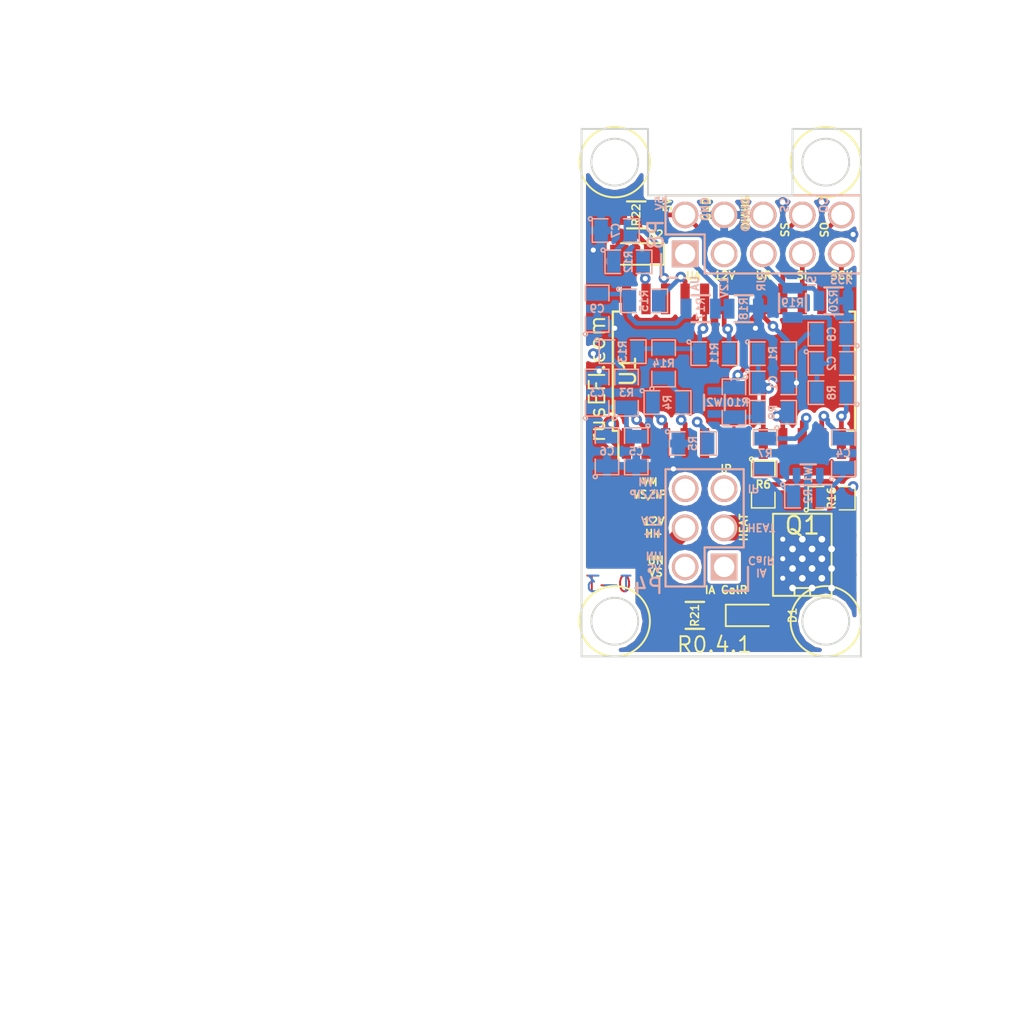
<source format=kicad_pcb>
(kicad_pcb (version 4) (host pcbnew 4.0.7)
  (title_block (title "CJ125 Wide O2 ") (date 2019-01-08) (rev R0.4.1) (company http://rusefi.com/))
  (layers (0 F.Cu signal) (1 PWR power) (2 GND power) (31 B.Cu signal) (34 B.Paste user) (35 F.Paste user) (36 B.SilkS user) (37 F.SilkS user) (38 B.Mask user) (39 F.Mask user) (44 Edge.Cuts user))
  (net 0 "")
  (net 1 GND)
  (net 2 /RST)
  (net 3 /CJ125_UR)
  (net 4 /UN)
  (net 5 "Net-(C4-Pad1)")
  (net 6 /CM)
  (net 7 /WO2-12V)
  (net 8 /CF)
  (net 9 /CJ125_5v)
  (net 10 /CJ125_UA)
  (net 11 /CJ125_IP)
  (net 12 /CJ125_HEATER)
  (net 13 /CJ125_IA)
  (net 14 /CJ125_VM)
  (net 15 /CJ125_UN)
  (net 16 /CJ125_SS)
  (net 17 /CJ125_SI)
  (net 18 /CJ125_SO)
  (net 19 /CJ125_SCK)
  (net 20 "Net-(R2-Pad1)")
  (net 21 /OSZ)
  (net 22 /DIAHD)
  (net 23 /RM)
  (net 24 /UR)
  (net 25 "Net-(R10-Pad2)")
  (net 26 /RS)
  (net 27 /UP)
  (net 28 /US)
  (net 29 /RF)
  (net 30 /UA)
  (net 31 /DIAHG)
  (net 32 "Net-(P8-Pad1)")
  (net 33 "Net-(P8-Pad5)")
  (net 34 "Net-(D1-Pad1)")
  (net 35 "Net-(D2-Pad1)")
  (module SOIC-24_7.5x15.4mm_Pitch1.27mm (layer F.Cu) (at 121.285 120.65 90)
    (fp_text reference U1 (at 0 -6.8834 90) (layer F.SilkS))
    (fp_text value CJ125)
    (pad 1 smd rect (at -4.7 -6.985 90) (size 2 0.6) (layers F.Cu F.Paste F.Mask) (net 7 /WO2-12V))
    (pad 2 smd rect (at -4.7 -5.715 90) (size 2 0.6) (layers F.Cu F.Paste F.Mask) (net 4 /UN))
    (pad 3 smd rect (at -4.7 -4.445 90) (size 2 0.6) (layers F.Cu F.Paste F.Mask) (net 11 /CJ125_IP))
    (pad 4 smd rect (at -4.7 -3.175 90) (size 2 0.6) (layers F.Cu F.Paste F.Mask) (net 13 /CJ125_IA))
    (pad 5 smd rect (at -4.7 -1.905 90) (size 2 0.6) (layers F.Cu F.Paste F.Mask) (net 21 /OSZ))
    (pad 6 smd rect (at -4.7 -0.635 90) (size 2 0.6) (layers F.Cu F.Paste F.Mask) (net 31 /DIAHG))
    (pad 7 smd rect (at -4.7 0.635 90) (size 2 0.6) (layers F.Cu F.Paste F.Mask) (net 22 /DIAHD))
    (pad 8 smd rect (at -4.7 1.905 90) (size 2 0.6) (layers F.Cu F.Paste F.Mask) (net 2 /RST))
    (pad 9 smd rect (at -4.7 3.175 90) (size 2 0.6) (layers F.Cu F.Paste F.Mask) (net 26 /RS))
    (pad 10 smd rect (at -4.7 4.445 90) (size 2 0.6) (layers F.Cu F.Paste F.Mask) (net 23 /RM))
    (pad 11 smd rect (at -4.7 5.715 90) (size 2 0.6) (layers F.Cu F.Paste F.Mask) (net 6 /CM))
    (pad 12 smd rect (at -4.7 6.985 90) (size 2 0.6) (layers F.Cu F.Paste F.Mask) (net 24 /UR))
    (pad 13 smd rect (at 4.7 6.985 90) (size 2 0.6) (layers F.Cu F.Paste F.Mask) (net 19 /CJ125_SCK))
    (pad 14 smd rect (at 4.7 5.715 90) (size 2 0.6) (layers F.Cu F.Paste F.Mask) (net 18 /CJ125_SO))
    (pad 15 smd rect (at 4.7 4.445 90) (size 2 0.6) (layers F.Cu F.Paste F.Mask) (net 17 /CJ125_SI))
    (pad 16 smd rect (at 4.7 3.175 90) (size 2 0.6) (layers F.Cu F.Paste F.Mask) (net 16 /CJ125_SS))
    (pad 17 smd rect (at 4.7 1.905 90) (size 2 0.6) (layers F.Cu F.Paste F.Mask) (net 9 /CJ125_5v))
    (pad 18 smd rect (at 4.7 0.635 90) (size 2 0.6) (layers F.Cu F.Paste F.Mask) (net 14 /CJ125_VM))
    (pad 19 smd rect (at 4.7 -0.635 90) (size 2 0.6) (layers F.Cu F.Paste F.Mask) (net 28 /US))
    (pad 20 smd rect (at 4.7 -1.905 90) (size 2 0.6) (layers F.Cu F.Paste F.Mask) (net 27 /UP))
    (pad 21 smd rect (at 4.7 -3.175 90) (size 2 0.6) (layers F.Cu F.Paste F.Mask) (net 30 /UA))
    (pad 22 smd rect (at 4.7 -4.445 90) (size 2 0.6) (layers F.Cu F.Paste F.Mask) (net 8 /CF))
    (pad 23 smd rect (at 4.7 -5.715 90) (size 2 0.6) (layers F.Cu F.Paste F.Mask) (net 29 /RF))
    (pad 24 smd rect (at 4.7 -6.985 90) (size 2 0.6) (layers F.Cu F.Paste F.Mask) (net 1 GND))
  )
  (module Socket_Strips:Socket_Strip_Straight_2x05 (layer B.Cu) (at 118.11 113.03)
    (fp_text reference P8 (at -1.905 -1.27 90) (layer B.SilkS) (effects (justify mirror)))
    (fp_text value CONN_02X05 hide)
    (pad 1 thru_hole rect (at 0 0) (size 1.7272 1.7272) (drill 1.3208) (layers *.Cu *.Mask B.SilkS) (net 32 "Net-(P8-Pad1)"))
    (pad 2 thru_hole oval (at 0 -2.54) (size 1.7272 1.7272) (drill 1.3208) (layers *.Cu *.Mask B.SilkS) (net 9 /CJ125_5v))
    (pad 3 thru_hole oval (at 2.54 0) (size 1.7272 1.7272) (drill 1.3208) (layers *.Cu *.Mask B.SilkS) (net 7 /WO2-12V))
    (pad 4 thru_hole oval (at 2.54 -2.54) (size 1.7272 1.7272) (drill 1.3208) (layers *.Cu *.Mask B.SilkS) (net 1 GND))
    (pad 5 thru_hole oval (at 5.08 0) (size 1.7272 1.7272) (drill 1.3208) (layers *.Cu *.Mask B.SilkS) (net 33 "Net-(P8-Pad5)"))
    (pad 6 thru_hole oval (at 5.08 -2.54) (size 1.7272 1.7272) (drill 1.3208) (layers *.Cu *.Mask B.SilkS) (net 31 /DIAHG))
    (pad 7 thru_hole oval (at 7.62 0) (size 1.7272 1.7272) (drill 1.3208) (layers *.Cu *.Mask B.SilkS) (net 17 /CJ125_SI))
    (pad 8 thru_hole oval (at 7.62 -2.54) (size 1.7272 1.7272) (drill 1.3208) (layers *.Cu *.Mask B.SilkS) (net 16 /CJ125_SS))
    (pad 9 thru_hole oval (at 10.16 0) (size 1.7272 1.7272) (drill 1.3208) (layers *.Cu *.Mask B.SilkS) (net 19 /CJ125_SCK))
    (pad 10 thru_hole oval (at 10.16 -2.54) (size 1.7272 1.7272) (drill 1.3208) (layers *.Cu *.Mask B.SilkS) (net 18 /CJ125_SO))
  )
  (module Socket_Strips:Socket_Strip_Straight_2x03 (layer B.Cu) (at 120.65 133.3754 90)
    (fp_text reference P4 (at -1.2446 -4.953 360) (layer B.SilkS) (effects (justify mirror)))
    (fp_text value CONN_02X03 hide)
    (pad 1 thru_hole rect (at 0 0 90) (size 1.7272 1.7272) (drill 1.3208) (layers *.Cu *.Mask B.SilkS) (net 13 /CJ125_IA))
    (pad 2 thru_hole oval (at 0 -2.54 90) (size 1.7272 1.7272) (drill 1.3208) (layers *.Cu *.Mask B.SilkS) (net 15 /CJ125_UN))
    (pad 3 thru_hole oval (at 2.54 0 90) (size 1.7272 1.7272) (drill 1.3208) (layers *.Cu *.Mask B.SilkS) (net 12 /CJ125_HEATER))
    (pad 4 thru_hole oval (at 2.54 -2.54 90) (size 1.7272 1.7272) (drill 1.3208) (layers *.Cu *.Mask B.SilkS) (net 7 /WO2-12V))
    (pad 5 thru_hole oval (at 5.08 0 90) (size 1.7272 1.7272) (drill 1.3208) (layers *.Cu *.Mask B.SilkS) (net 11 /CJ125_IP))
    (pad 6 thru_hole oval (at 5.08 -2.54 90) (size 1.7272 1.7272) (drill 1.3208) (layers *.Cu *.Mask B.SilkS) (net 14 /CJ125_VM))
  )
  (module SM0805 (layer B.Cu) (at 123.825 121.412)
    (fp_text reference C1 (at 0 0 270) (layer B.SilkS) (effects (font (size 0.50038 0.50038) (thickness 0.10922)) (justify mirror)))
    (fp_text value 1000pF hide)
    (pad 1 smd rect (at -0.9525 0) (size 0.889 1.397) (layers B.Cu B.Paste B.Mask) (net 2 /RST))
    (pad 2 smd rect (at 0.9525 0) (size 0.889 1.397) (layers B.Cu B.Paste B.Mask) (net 1 GND))
  )
  (module SM0805 (layer B.Cu) (at 127.635 120.142)
    (fp_text reference C2 (at 0 0 270) (layer B.SilkS) (effects (font (size 0.50038 0.50038) (thickness 0.10922)) (justify mirror)))
    (fp_text value 0.033uF hide)
    (pad 1 smd rect (at -0.9525 0) (size 0.889 1.397) (layers B.Cu B.Paste B.Mask) (net 3 /CJ125_UR))
    (pad 2 smd rect (at 0.9525 0) (size 0.889 1.397) (layers B.Cu B.Paste B.Mask) (net 1 GND))
  )
  (module SM0805 (layer B.Cu) (at 112.395 122.047 90)
    (fp_text reference C3 (at 0 0 360) (layer B.SilkS) (effects (font (size 0.50038 0.50038) (thickness 0.10922)) (justify mirror)))
    (fp_text value DNP hide)
    (pad 1 smd rect (at -0.9525 0 90) (size 0.889 1.397) (layers B.Cu B.Paste B.Mask) (net 4 /UN))
    (pad 2 smd rect (at 0.9525 0 90) (size 0.889 1.397) (layers B.Cu B.Paste B.Mask) (net 1 GND))
  )
  (module SM0805 (layer B.Cu) (at 128.397 125.984 90)
    (fp_text reference C4 (at 0 0 360) (layer B.SilkS) (effects (font (size 0.50038 0.50038) (thickness 0.10922)) (justify mirror)))
    (fp_text value 0.1uF hide)
    (pad 1 smd rect (at -0.9525 0 90) (size 0.889 1.397) (layers B.Cu B.Paste B.Mask) (net 5 "Net-(C4-Pad1)"))
    (pad 2 smd rect (at 0.9525 0 90) (size 0.889 1.397) (layers B.Cu B.Paste B.Mask) (net 6 /CM))
  )
  (module SM0805 (layer B.Cu) (at 114.935 125.857 270)
    (fp_text reference C5 (at 0 0 540) (layer B.SilkS) (effects (font (size 0.50038 0.50038) (thickness 0.10922)) (justify mirror)))
    (fp_text value 220pf hide)
    (pad 1 smd rect (at -0.9525 0 270) (size 0.889 1.397) (layers B.Cu B.Paste B.Mask) (net 4 /UN))
    (pad 2 smd rect (at 0.9525 0 270) (size 0.889 1.397) (layers B.Cu B.Paste B.Mask) (net 1 GND))
  )
  (module SM0805 (layer B.Cu) (at 113.03 125.857 90)
    (fp_text reference C6 (at 0 0 360) (layer B.SilkS) (effects (font (size 0.50038 0.50038) (thickness 0.10922)) (justify mirror)))
    (fp_text value 0.033uF hide)
    (pad 1 smd rect (at -0.9525 0 90) (size 0.889 1.397) (layers B.Cu B.Paste B.Mask) (net 1 GND))
    (pad 2 smd rect (at 0.9525 0 90) (size 0.889 1.397) (layers B.Cu B.Paste B.Mask) (net 7 /WO2-12V))
  )
  (module SM0805 (layer B.Cu) (at 113.6015 111.506)
    (fp_text reference C7 (at 0 0 270) (layer B.SilkS) (effects (font (size 0.50038 0.50038) (thickness 0.10922)) (justify mirror)))
    (fp_text value 0.1uF hide)
    (pad 1 smd rect (at -0.9525 0) (size 0.889 1.397) (layers B.Cu B.Paste B.Mask) (net 1 GND))
    (pad 2 smd rect (at 0.9525 0) (size 0.889 1.397) (layers B.Cu B.Paste B.Mask) (net 8 /CF))
  )
  (module SM0805 (layer B.Cu) (at 127.635 118.237 180)
    (fp_text reference C8 (at 0 0 450) (layer B.SilkS) (effects (font (size 0.50038 0.50038) (thickness 0.10922)) (justify mirror)))
    (fp_text value 0.033uF hide)
    (pad 1 smd rect (at -0.9525 0 180) (size 0.889 1.397) (layers B.Cu B.Paste B.Mask) (net 1 GND))
    (pad 2 smd rect (at 0.9525 0 180) (size 0.889 1.397) (layers B.Cu B.Paste B.Mask) (net 9 /CJ125_5v))
  )
  (module SM0805 (layer B.Cu) (at 112.395 116.586 90)
    (fp_text reference C9 (at 0 0 360) (layer B.SilkS) (effects (font (size 0.50038 0.50038) (thickness 0.10922)) (justify mirror)))
    (fp_text value 0.033uF hide)
    (pad 1 smd rect (at -0.9525 0 90) (size 0.889 1.397) (layers B.Cu B.Paste B.Mask) (net 1 GND))
    (pad 2 smd rect (at 0.9525 0 90) (size 0.889 1.397) (layers B.Cu B.Paste B.Mask) (net 10 /CJ125_UA))
  )
  (module SO8E_ST (layer F.Cu) (at 125.73 132.588 90)
    (fp_text reference Q1 (at 1.905 0 180) (layer F.SilkS) (effects (font (size 1.143 1.143) (thickness 0.1524))))
    (fp_text value FDS2734 hide)
    (pad 2 smd rect (at -1.905 -2.667 90) (size 0.508 1.143) (layers F.Cu F.Paste F.Mask) (net 12 /CJ125_HEATER))
    (pad 3 smd rect (at -1.905 2.667 90) (size 0.508 1.143) (layers F.Cu F.Paste F.Mask) (net 1 GND))
    (pad 2 smd rect (at -0.635 -2.667 90) (size 0.508 1.143) (layers F.Cu F.Paste F.Mask) (net 12 /CJ125_HEATER))
    (pad 2 smd rect (at 0.635 -2.667 90) (size 0.508 1.143) (layers F.Cu F.Paste F.Mask) (net 12 /CJ125_HEATER))
    (pad 2 smd rect (at 1.905 -2.667 90) (size 0.508 1.143) (layers F.Cu F.Paste F.Mask) (net 12 /CJ125_HEATER))
    (pad 3 smd rect (at -0.635 2.667 90) (size 0.508 1.143) (layers F.Cu F.Paste F.Mask) (net 1 GND))
    (pad 3 smd rect (at 0.635 2.667 90) (size 0.508 1.143) (layers F.Cu F.Paste F.Mask) (net 1 GND))
    (pad 1 smd rect (at 1.905 2.667 90) (size 0.508 1.143) (layers F.Cu F.Paste F.Mask) (net 31 /DIAHG))
  )
  (module SM0805 (layer B.Cu) (at 123.825 119.507)
    (fp_text reference R1 (at 0 0 270) (layer B.SilkS) (effects (font (size 0.50038 0.50038) (thickness 0.10922)) (justify mirror)))
    (fp_text value 10k hide)
    (pad 1 smd rect (at -0.9525 0) (size 0.889 1.397) (layers B.Cu B.Paste B.Mask) (net 2 /RST))
    (pad 2 smd rect (at 0.9525 0) (size 0.889 1.397) (layers B.Cu B.Paste B.Mask) (net 9 /CJ125_5v))
  )
  (module SM0805 (layer B.Cu) (at 126.111 128.778)
    (fp_text reference R2 (at 0 0 270) (layer B.SilkS) (effects (font (size 0.50038 0.50038) (thickness 0.10922)) (justify mirror)))
    (fp_text value 21k6 hide)
    (pad 1 smd rect (at -0.9525 0) (size 0.889 1.397) (layers B.Cu B.Paste B.Mask) (net 20 "Net-(R2-Pad1)"))
    (pad 2 smd rect (at 0.9525 0) (size 0.889 1.397) (layers B.Cu B.Paste B.Mask) (net 5 "Net-(C4-Pad1)"))
  )
  (module SM0805 (layer B.Cu) (at 114.3 122.047 90)
    (fp_text reference R3 (at 0 0 360) (layer B.SilkS) (effects (font (size 0.50038 0.50038) (thickness 0.10922)) (justify mirror)))
    (fp_text value 0R hide)
    (pad 1 smd rect (at -0.9525 0 90) (size 0.889 1.397) (layers B.Cu B.Paste B.Mask) (net 4 /UN))
    (pad 2 smd rect (at 0.9525 0 90) (size 0.889 1.397) (layers B.Cu B.Paste B.Mask) (net 15 /CJ125_UN))
  )
  (module SM0805 (layer B.Cu) (at 116.967 122.682)
    (fp_text reference R4 (at 0 0 270) (layer B.SilkS) (effects (font (size 0.50038 0.50038) (thickness 0.10922)) (justify mirror)))
    (fp_text value 61.9 hide)
    (pad 1 smd rect (at -0.9525 0) (size 0.889 1.397) (layers B.Cu B.Paste B.Mask) (net 11 /CJ125_IP))
    (pad 2 smd rect (at 0.9525 0) (size 0.889 1.397) (layers B.Cu B.Paste B.Mask) (net 13 /CJ125_IA))
  )
  (module SM0805 (layer B.Cu) (at 118.618 125.349)
    (fp_text reference R5 (at 0 0 270) (layer B.SilkS) (effects (font (size 0.50038 0.50038) (thickness 0.10922)) (justify mirror)))
    (fp_text value 10k hide)
    (pad 1 smd rect (at -0.9525 0) (size 0.889 1.397) (layers B.Cu B.Paste B.Mask) (net 1 GND))
    (pad 2 smd rect (at 0.9525 0) (size 0.889 1.397) (layers B.Cu B.Paste B.Mask) (net 21 /OSZ))
  )
  (module SM0805 (layer F.Cu) (at 123.19 128.016 270)
    (fp_text reference R6 (at 0 0 360) (layer F.SilkS) (effects (font (size 0.50038 0.50038) (thickness 0.10922))))
    (fp_text value 6.8k hide)
    (pad 1 smd rect (at -0.9525 0 270) (size 0.889 1.397) (layers F.Cu F.Paste F.Mask) (net 22 /DIAHD))
    (pad 2 smd rect (at 0.9525 0 270) (size 0.889 1.397) (layers F.Cu F.Paste F.Mask) (net 12 /CJ125_HEATER))
  )
  (module SM0805 (layer B.Cu) (at 123.317 125.984 270)
    (fp_text reference R7 (at 0 0 540) (layer B.SilkS) (effects (font (size 0.50038 0.50038) (thickness 0.10922)) (justify mirror)))
    (fp_text value 10k hide)
    (pad 1 smd rect (at -0.9525 0 270) (size 0.889 1.397) (layers B.Cu B.Paste B.Mask) (net 23 /RM))
    (pad 2 smd rect (at 0.9525 0 270) (size 0.889 1.397) (layers B.Cu B.Paste B.Mask) (net 20 "Net-(R2-Pad1)"))
  )
  (module SM0805 (layer B.Cu) (at 127.635 122.047 180)
    (fp_text reference R8 (at 0 0 450) (layer B.SilkS) (effects (font (size 0.50038 0.50038) (thickness 0.10922)) (justify mirror)))
    (fp_text value 1k hide)
    (pad 1 smd rect (at -0.9525 0 180) (size 0.889 1.397) (layers B.Cu B.Paste B.Mask) (net 24 /UR))
    (pad 2 smd rect (at 0.9525 0 180) (size 0.889 1.397) (layers B.Cu B.Paste B.Mask) (net 3 /CJ125_UR))
  )
  (module SM0805 (layer B.Cu) (at 123.825 123.317)
    (fp_text reference R9 (at 0 0 270) (layer B.SilkS) (effects (font (size 0.50038 0.50038) (thickness 0.10922)) (justify mirror)))
    (fp_text value 82.5 hide)
    (pad 1 smd rect (at -0.9525 0) (size 0.889 1.397) (layers B.Cu B.Paste B.Mask) (net 25 "Net-(R10-Pad2)"))
    (pad 2 smd rect (at 0.9525 0) (size 0.889 1.397) (layers B.Cu B.Paste B.Mask) (net 26 /RS))
  )
  (module SM0805 (layer B.Cu) (at 121.285 122.682 270)
    (fp_text reference R10 (at 0 -0.254 540) (layer B.SilkS) (effects (font (size 0.50038 0.50038) (thickness 0.10922)) (justify mirror)))
    (fp_text value 117.5 hide)
    (pad 1 smd rect (at -0.9525 0 270) (size 0.889 1.397) (layers B.Cu B.Paste B.Mask) (net 14 /CJ125_VM))
    (pad 2 smd rect (at 0.9525 0 270) (size 0.889 1.397) (layers B.Cu B.Paste B.Mask) (net 25 "Net-(R10-Pad2)"))
  )
  (module SM0805 (layer B.Cu) (at 120.015 119.507)
    (fp_text reference R11 (at 0 0 270) (layer B.SilkS) (effects (font (size 0.50038 0.50038) (thickness 0.10922)) (justify mirror)))
    (fp_text value 4.7k hide)
    (pad 1 smd rect (at -0.9525 0) (size 0.889 1.397) (layers B.Cu B.Paste B.Mask) (net 27 /UP))
    (pad 2 smd rect (at 0.9525 0) (size 0.889 1.397) (layers B.Cu B.Paste B.Mask) (net 28 /US))
  )
  (module SM0805 (layer B.Cu) (at 114.427 113.538)
    (fp_text reference R12 (at 0 0 270) (layer B.SilkS) (effects (font (size 0.50038 0.50038) (thickness 0.10922)) (justify mirror)))
    (fp_text value 100k hide)
    (pad 1 smd rect (at -0.9525 0) (size 0.889 1.397) (layers B.Cu B.Paste B.Mask) (net 8 /CF))
    (pad 2 smd rect (at 0.9525 0) (size 0.889 1.397) (layers B.Cu B.Paste B.Mask) (net 29 /RF))
  )
  (module SM0805 (layer B.Cu) (at 114.046 119.38)
    (fp_text reference R13 (at 0 0 270) (layer B.SilkS) (effects (font (size 0.50038 0.50038) (thickness 0.10922)) (justify mirror)))
    (fp_text value 100k hide)
    (pad 1 smd rect (at -0.9525 0) (size 0.889 1.397) (layers B.Cu B.Paste B.Mask) (net 15 /CJ125_UN))
    (pad 2 smd rect (at 0.9525 0) (size 0.889 1.397) (layers B.Cu B.Paste B.Mask) (net 27 /UP))
  )
  (module SM0805 (layer B.Cu) (at 116.713 120.142 90)
    (fp_text reference R14 (at 0 0 360) (layer B.SilkS) (effects (font (size 0.50038 0.50038) (thickness 0.10922)) (justify mirror)))
    (fp_text value 470k hide)
    (pad 1 smd rect (at -0.9525 0 90) (size 0.889 1.397) (layers B.Cu B.Paste B.Mask) (net 13 /CJ125_IA))
    (pad 2 smd rect (at 0.9525 0 90) (size 0.889 1.397) (layers B.Cu B.Paste B.Mask) (net 27 /UP))
  )
  (module SM0805 (layer B.Cu) (at 115.443 116.078)
    (fp_text reference R15 (at 0 0 270) (layer B.SilkS) (effects (font (size 0.50038 0.50038) (thickness 0.10922)) (justify mirror)))
    (fp_text value 1k hide)
    (pad 1 smd rect (at -0.9525 0) (size 0.889 1.397) (layers B.Cu B.Paste B.Mask) (net 10 /CJ125_UA))
    (pad 2 smd rect (at 0.9525 0) (size 0.889 1.397) (layers B.Cu B.Paste B.Mask) (net 30 /UA))
  )
  (module R_0603 (layer B.Cu) (at 126.111 127.381 180)
    (fp_text reference W1 (at 0 0 450) (layer B.SilkS) (effects (font (size 0.50038 0.50038) (thickness 0.10922)) (justify mirror)))
    (fp_text value TEST hide)
    (pad 1 smd rect (at -0.75 0 180) (size 0.5 0.9) (layers B.Cu B.Paste B.Mask) (net 5 "Net-(C4-Pad1)"))
    (pad 2 smd rect (at 0.75 0 180) (size 0.5 0.9) (layers B.Cu B.Paste B.Mask) (net 20 "Net-(R2-Pad1)"))
  )
  (module R_0603 (layer B.Cu) (at 120.015 122.682 90)
    (fp_text reference W2 (at 0 0 360) (layer B.SilkS) (effects (font (size 0.50038 0.50038) (thickness 0.10922)) (justify mirror)))
    (fp_text value TEST hide)
    (pad 1 smd rect (at -0.75 0 90) (size 0.5 0.9) (layers B.Cu B.Paste B.Mask) (net 25 "Net-(R10-Pad2)"))
    (pad 2 smd rect (at 0.75 0 90) (size 0.5 0.9) (layers B.Cu B.Paste B.Mask) (net 14 /CJ125_VM))
  )
  (module SM0805 (layer F.Cu) (at 127.635 128.905)
    (fp_text reference R16 (at 0 0 90) (layer F.SilkS) (effects (font (size 0.50038 0.50038) (thickness 0.10922))))
    (fp_text value 10k hide)
    (pad 1 smd rect (at -0.9525 0) (size 0.889 1.397) (layers F.Cu F.Paste F.Mask) (net 1 GND))
    (pad 2 smd rect (at 0.9525 0) (size 0.889 1.397) (layers F.Cu F.Paste F.Mask) (net 31 /DIAHG))
  )
  (module rsuEFI_Lib:R_0805 (layer B.Cu) (at 119.126 116.586 180)
    (fp_text reference R17 (at 0 0 450) (layer B.SilkS) (effects (font (size 0.508 0.508) (thickness 0.1016)) (justify mirror)))
    (fp_text value 6.8k hide)
    (pad 1 smd rect (at -0.95 0 180) (size 0.7 1.3) (layers B.Cu B.Paste B.Mask) (net 32 "Net-(P8-Pad1)"))
    (pad 2 smd rect (at 0.95 0 180) (size 0.7 1.3) (layers B.Cu B.Paste B.Mask) (net 10 /CJ125_UA))
  )
  (module rsuEFI_Lib:R_0805 (layer B.Cu) (at 121.92 116.586)
    (fp_text reference R18 (at 0 0 270) (layer B.SilkS) (effects (font (size 0.508 0.508) (thickness 0.1016)) (justify mirror)))
    (fp_text value 10k hide)
    (pad 1 smd rect (at -0.95 0) (size 0.7 1.3) (layers B.Cu B.Paste B.Mask) (net 32 "Net-(P8-Pad1)"))
    (pad 2 smd rect (at 0.95 0) (size 0.7 1.3) (layers B.Cu B.Paste B.Mask) (net 1 GND))
  )
  (module rsuEFI_Lib:R_0805 (layer B.Cu) (at 125.095 116.205 270)
    (fp_text reference R19 (at 0 0 540) (layer B.SilkS) (effects (font (size 0.508 0.508) (thickness 0.1016)) (justify mirror)))
    (fp_text value 6.8k hide)
    (pad 1 smd rect (at -0.95 0 270) (size 0.7 1.3) (layers B.Cu B.Paste B.Mask) (net 33 "Net-(P8-Pad5)"))
    (pad 2 smd rect (at 0.95 0 270) (size 0.7 1.3) (layers B.Cu B.Paste B.Mask) (net 3 /CJ125_UR))
  )
  (module rsuEFI_Lib:R_0805 (layer B.Cu) (at 127.762 116.078)
    (fp_text reference R20 (at 0 0 270) (layer B.SilkS) (effects (font (size 0.508 0.508) (thickness 0.1016)) (justify mirror)))
    (fp_text value 10k hide)
    (pad 1 smd rect (at -0.95 0) (size 0.7 1.3) (layers B.Cu B.Paste B.Mask) (net 33 "Net-(P8-Pad5)"))
    (pad 2 smd rect (at 0.95 0) (size 0.7 1.3) (layers B.Cu B.Paste B.Mask) (net 1 GND))
  )
  (module LEDs:LED_0805 (layer F.Cu) (at 122.555 136.525)
    (fp_text reference D1 (at 2.54 0 90) (layer F.SilkS) (effects (font (size 0.508 0.508) (thickness 0.1016))))
    (fp_text value LED hide)
    (pad 2 smd rect (at 1.1 0 180) (size 1.2 1.2) (layers F.Cu F.Paste F.Mask) (net 12 /CJ125_HEATER))
    (pad 1 smd rect (at -1.1 0 180) (size 1.2 1.2) (layers F.Cu F.Paste F.Mask) (net 34 "Net-(D1-Pad1)"))
  )
  (module LEDs:LED_0805 (layer F.Cu) (at 114.935 113.03 180)
    (fp_text reference D2 (at -1.27 1.27 360) (layer F.SilkS) (effects (font (size 0.508 0.508) (thickness 0.1016))))
    (fp_text value LED hide)
    (pad 2 smd rect (at 1.1 0) (size 1.2 1.2) (layers F.Cu F.Paste F.Mask) (net 1 GND))
    (pad 1 smd rect (at -1.1 0) (size 1.2 1.2) (layers F.Cu F.Paste F.Mask) (net 35 "Net-(D2-Pad1)"))
  )
  (module rsuEFI_Lib:R_0805 (layer F.Cu) (at 118.745 136.525 180)
    (fp_text reference R21 (at 0 0 270) (layer F.SilkS) (effects (font (size 0.508 0.508) (thickness 0.1016))))
    (fp_text value 4.7k hide)
    (pad 1 smd rect (at -0.95 0 180) (size 0.7 1.3) (layers F.Cu F.Paste F.Mask) (net 34 "Net-(D1-Pad1)"))
    (pad 2 smd rect (at 0.95 0 180) (size 0.7 1.3) (layers F.Cu F.Paste F.Mask) (net 7 /WO2-12V))
  )
  (module rsuEFI_Lib:R_0805 (layer F.Cu) (at 114.935 110.49 180)
    (fp_text reference R22 (at 0 0 270) (layer F.SilkS) (effects (font (size 0.508 0.508) (thickness 0.1016))))
    (fp_text value 1k hide)
    (pad 1 smd rect (at -0.95 0 180) (size 0.7 1.3) (layers F.Cu F.Paste F.Mask) (net 9 /CJ125_5v))
    (pad 2 smd rect (at 0.95 0 180) (size 0.7 1.3) (layers F.Cu F.Paste F.Mask) (net 35 "Net-(D2-Pad1)"))
  )
  (gr_line (start 129.54 104.902) (end 125.095 104.902) (angle 90) (layer Edge.Cuts) (width 0.127))
  (gr_line (start 125.095 109.22) (end 125.095 104.902) (angle 90) (layer Edge.Cuts) (width 0.127))
  (gr_line (start 115.697 104.902) (end 111.379 104.902) (angle 90) (layer Edge.Cuts) (width 0.127))
  (gr_line (start 115.697 109.22) (end 115.697 104.902) (angle 90) (layer Edge.Cuts) (width 0.127))
  (gr_arc (start 127.254 107.061) (end 128.778 107.061) (angle 360) (layer Edge.Cuts) (width 0.127))
  (gr_arc (start 113.538 107.061) (end 115.062 107.061) (angle 360) (layer Edge.Cuts) (width 0.127))
  (gr_circle (center 127.254 107.061) (end 129.54 107.061) (layer F.SilkS) (width 0.127))
  (gr_circle (center 127.254 136.906) (end 129.54 136.906) (layer F.SilkS) (width 0.127))
  (gr_circle (center 113.538 136.906) (end 113.538 139.192) (layer F.SilkS) (width 0.127))
  (gr_circle (center 113.538 107.061) (end 115.824 107.061) (layer F.SilkS) (width 0.127))
  (gr_circle (center 127.254 136.906) (end 127.254 138.43) (layer Edge.Cuts) (width 0.127))
  (gr_circle (center 113.538 136.906) (end 113.538 138.43) (layer Edge.Cuts) (width 0.127))
  (gr_line (start 111.379 139.192) (end 129.54 139.192) (angle 90) (layer Edge.Cuts) (width 0.127))
  (gr_text rusEFI.com (at 112.395 121.158 90) (layer F.SilkS) (effects (font (size 1.016 1.016) (thickness 0.127))))
  (gr_text "IA\nCalR" (at 123.063 133.35 180) (layer B.SilkS) (effects (font (size 0.50038 0.50038) (thickness 0.10922)) (justify mirror)))
  (gr_text HEAT (at 123.063 130.81 180) (layer B.SilkS) (effects (font (size 0.50038 0.50038) (thickness 0.10922)) (justify mirror)))
  (gr_text "VM\nVS/IP" (at 115.57 128.27) (layer B.SilkS) (effects (font (size 0.50038 0.50038) (thickness 0.10922)) (justify mirror)))
  (gr_text "12V\nH+" (at 115.951 130.81) (layer B.SilkS) (effects (font (size 0.50038 0.50038) (thickness 0.10922)) (justify mirror)))
  (gr_text "UN\nVS" (at 116.078 133.096) (layer B.SilkS) (effects (font (size 0.50038 0.50038) (thickness 0.10922)) (justify mirror)))
  (gr_text IP (at 122.555 128.27 180) (layer B.SilkS) (effects (font (size 0.50038 0.50038) (thickness 0.10922)) (justify mirror)))
  (gr_text 5V (at 116.459 109.728 90) (layer B.SilkS) (effects (font (size 0.50038 0.50038) (thickness 0.10922)) (justify mirror)))
  (gr_text GND (at 119.38 110.109 90) (layer B.SilkS) (effects (font (size 0.50038 0.50038) (thickness 0.10922)) (justify mirror)))
  (gr_text DIAHD (at 122.047 110.49 90) (layer B.SilkS) (effects (font (size 0.50038 0.50038) (thickness 0.10922)) (justify mirror)))
  (gr_text SS (at 124.587 109.855 90) (layer B.SilkS) (effects (font (size 0.50038 0.50038) (thickness 0.10922)) (justify mirror)))
  (gr_text SO (at 127.127 109.855 90) (layer B.SilkS) (effects (font (size 0.50038 0.50038) (thickness 0.10922)) (justify mirror)))
  (gr_text SI (at 126.365 114.808 90) (layer B.SilkS) (effects (font (size 0.50038 0.50038) (thickness 0.10922)) (justify mirror)))
  (gr_text SCK (at 128.27 114.681 180) (layer B.SilkS) (effects (font (size 0.50038 0.50038) (thickness 0.10922)) (justify mirror)))
  (gr_text UR (at 123.063 114.935 90) (layer B.SilkS) (effects (font (size 0.50038 0.50038) (thickness 0.10922)) (justify mirror)))
  (gr_text 12V (at 120.65 115.189 90) (layer B.SilkS) (effects (font (size 0.50038 0.50038) (thickness 0.10922)) (justify mirror)))
  (gr_text UA (at 118.745 114.935 90) (layer B.SilkS) (effects (font (size 0.50038 0.50038) (thickness 0.10922)) (justify mirror)))
  (gr_text "IA CalR" (at 120.777 134.874) (layer F.SilkS) (effects (font (size 0.50038 0.50038) (thickness 0.10922))))
  (gr_text HEAT (at 121.92 130.81 90) (layer F.SilkS) (effects (font (size 0.50038 0.50038) (thickness 0.10922))))
  (gr_text IP (at 120.777 127) (layer F.SilkS) (effects (font (size 0.50038 0.50038) (thickness 0.10922))))
  (gr_text "UN\nVS" (at 116.205 133.35) (layer F.SilkS) (effects (font (size 0.50038 0.50038) (thickness 0.10922))))
  (gr_text "12V\nH+" (at 116.078 130.81) (layer F.SilkS) (effects (font (size 0.50038 0.50038) (thickness 0.10922))))
  (gr_text "VM\nVS/IP" (at 115.824 128.27) (layer F.SilkS) (effects (font (size 0.50038 0.50038) (thickness 0.10922))))
  (gr_text UA (at 118.6434 114.4524) (layer F.SilkS) (effects (font (size 0.50038 0.50038) (thickness 0.10922))))
  (gr_text 12V (at 120.6754 114.427) (layer F.SilkS) (effects (font (size 0.50038 0.50038) (thickness 0.10922))))
  (gr_text UR (at 123.2154 114.427) (layer F.SilkS) (effects (font (size 0.50038 0.50038) (thickness 0.10922))))
  (gr_text SCK (at 128.2954 114.427) (layer F.SilkS) (effects (font (size 0.50038 0.50038) (thickness 0.10922))))
  (gr_text SI (at 125.7046 114.427) (layer F.SilkS) (effects (font (size 0.50038 0.50038) (thickness 0.10922))))
  (gr_text SO (at 127.1778 111.4552 90) (layer F.SilkS) (effects (font (size 0.50038 0.50038) (thickness 0.10922))))
  (gr_text SS (at 124.6124 111.4552 90) (layer F.SilkS) (effects (font (size 0.50038 0.50038) (thickness 0.10922))))
  (gr_text DIAHG (at 122.047 110.363 90) (layer F.SilkS) (effects (font (size 0.50038 0.50038) (thickness 0.10922))))
  (gr_text GND (at 119.507 110.109 90) (layer F.SilkS) (effects (font (size 0.50038 0.50038) (thickness 0.10922))))
  (gr_text 5V (at 116.967 109.855 90) (layer F.SilkS) (effects (font (size 0.50038 0.50038) (thickness 0.10922))))
  (gr_text R0.4.1 (at 120.015 138.43) (layer F.SilkS) (effects (font (size 1.016 1.016) (thickness 0.127))))
  (gr_text T-0 (at 113.157 134.493) (layer F.Cu) (effects (font (size 1.016 1.016) (thickness 0.127))))
  (gr_line (start 115.697 109.22) (end 125.095 109.22) (angle 90) (layer Edge.Cuts) (width 0.127))
  (gr_line (start 111.379 139.192) (end 111.379 104.902) (angle 90) (layer Edge.Cuts) (width 0.127))
  (gr_line (start 129.54 104.902) (end 129.54 139.192) (angle 90) (layer Edge.Cuts) (width 0.127))
  (gr_text T-3 (at 113.157 134.493) (layer B.Cu) (effects (font (size 1.016 1.016) (thickness 0.127)) (justify mirror)))
  (segment (start 122.87 116.586) (end 122.87 117.668) (width 0.3048) (layer B.Cu) (net 1))
  (via (at 122.682 117.856) (size 0.6858) (drill 0.3302) (layers F.Cu B.Cu) (net 1))
  (segment (start 122.87 117.668) (end 122.682 117.856) (width 0.3048) (layer B.Cu) (net 1))
  (segment (start 114.3 115.95) (end 114.3 117.094) (width 0.3048) (layer F.Cu) (net 1))
  (segment (start 113.2205 117.5385) (end 113.538 117.856) (width 0.3048) (layer B.Cu) (net 1))
  (via (at 113.538 117.856) (size 0.6858) (drill 0.3302) (layers F.Cu B.Cu) (net 1))
  (segment (start 113.2205 117.5385) (end 112.395 117.5385) (width 0.3048) (layer B.Cu) (net 1))
  (segment (start 114.3 117.094) (end 113.538 117.856) (width 0.3048) (layer F.Cu) (net 1))
  (segment (start 112.649 111.506) (end 112.649 112.268) (width 0.3048) (layer B.Cu) (net 1))
  (via (at 112.141 112.776) (size 0.6858) (drill 0.3302) (layers F.Cu B.Cu) (net 1))
  (segment (start 112.649 112.268) (end 112.141 112.776) (width 0.3048) (layer B.Cu) (net 1))
  (segment (start 114.935 126.8095) (end 117.1575 126.8095) (width 0.3048) (layer B.Cu) (net 1))
  (segment (start 117.6655 126.6825) (end 117.348 127) (width 0.3048) (layer B.Cu) (net 1))
  (via (at 117.348 127) (size 0.6858) (drill 0.3302) (layers F.Cu B.Cu) (net 1))
  (segment (start 117.6655 126.6825) (end 117.6655 125.349) (width 0.3048) (layer B.Cu) (net 1))
  (segment (start 117.1575 126.8095) (end 117.348 127) (width 0.3048) (layer B.Cu) (net 1))
  (segment (start 128.5875 120.142) (end 128.5875 119.5705) (width 0.3048) (layer B.Cu) (net 1))
  (via (at 124.46 109.6772) (size 0.6858) (drill 0.3302) (layers F.Cu B.Cu) (net 1))
  (via (at 127 109.6772) (size 0.6858) (drill 0.3302) (layers F.Cu B.Cu) (net 1))
  (via (at 129.032 111.76) (size 0.6858) (drill 0.3302) (layers F.Cu B.Cu) (net 1))
  (segment (start 125.095 132.207) (end 124.46 131.572) (width 0.3048) (layer B.Cu) (net 1))
  (via (at 127.635 134.747) (size 0.78994) (drill 0.43434) (layers F.Cu B.Cu) (net 1))
  (segment (start 127.635 134.747) (end 127.635 133.477) (width 0.3048) (layer B.Cu) (net 1))
  (via (at 127.635 133.477) (size 0.78994) (drill 0.43434) (layers F.Cu B.Cu) (net 1))
  (segment (start 127.635 133.477) (end 127.635 132.207) (width 0.3048) (layer F.Cu) (net 1))
  (via (at 127.635 132.207) (size 0.78994) (drill 0.43434) (layers F.Cu B.Cu) (net 1))
  (segment (start 127.635 132.207) (end 127 131.572) (width 0.3048) (layer B.Cu) (net 1))
  (via (at 127 131.572) (size 0.78994) (drill 0.43434) (layers F.Cu B.Cu) (net 1))
  (segment (start 127 131.572) (end 127 132.842) (width 0.3048) (layer F.Cu) (net 1))
  (via (at 127 132.842) (size 0.78994) (drill 0.43434) (layers F.Cu B.Cu) (net 1))
  (segment (start 127 132.842) (end 127 134.112) (width 0.3048) (layer B.Cu) (net 1))
  (via (at 127 134.112) (size 0.78994) (drill 0.43434) (layers F.Cu B.Cu) (net 1))
  (segment (start 127 134.112) (end 126.365 134.747) (width 0.3048) (layer F.Cu) (net 1))
  (via (at 126.365 134.747) (size 0.78994) (drill 0.43434) (layers F.Cu B.Cu) (net 1))
  (segment (start 126.365 134.747) (end 126.365 133.477) (width 0.3048) (layer B.Cu) (net 1))
  (via (at 126.365 133.477) (size 0.78994) (drill 0.43434) (layers F.Cu B.Cu) (net 1))
  (segment (start 126.365 133.477) (end 126.365 132.207) (width 0.3048) (layer F.Cu) (net 1))
  (via (at 126.365 132.207) (size 0.78994) (drill 0.43434) (layers F.Cu B.Cu) (net 1))
  (segment (start 126.365 132.207) (end 125.73 131.572) (width 0.3048) (layer B.Cu) (net 1))
  (via (at 125.73 131.572) (size 0.78994) (drill 0.43434) (layers F.Cu B.Cu) (net 1))
  (segment (start 125.73 131.572) (end 125.73 132.842) (width 0.3048) (layer F.Cu) (net 1))
  (via (at 125.73 132.842) (size 0.78994) (drill 0.43434) (layers F.Cu B.Cu) (net 1))
  (segment (start 125.73 132.842) (end 125.73 134.112) (width 0.3048) (layer B.Cu) (net 1))
  (via (at 125.73 134.112) (size 0.78994) (drill 0.43434) (layers F.Cu B.Cu) (net 1))
  (segment (start 125.73 134.112) (end 125.095 134.747) (width 0.3048) (layer F.Cu) (net 1))
  (via (at 125.095 134.747) (size 0.78994) (drill 0.43434) (layers F.Cu B.Cu) (net 1))
  (segment (start 125.095 134.747) (end 125.095 133.477) (width 0.3048) (layer B.Cu) (net 1))
  (via (at 125.095 133.477) (size 0.78994) (drill 0.43434) (layers F.Cu B.Cu) (net 1))
  (segment (start 125.095 133.477) (end 125.095 132.207) (width 0.3048) (layer F.Cu) (net 1))
  (via (at 125.095 132.207) (size 0.78994) (drill 0.43434) (layers F.Cu B.Cu) (net 1))
  (segment (start 127.889 134.493) (end 127.635 134.747) (width 0.3048) (layer F.Cu) (net 1))
  (via (at 124.46 134.112) (size 0.6858) (drill 0.3302) (layers F.Cu B.Cu) (net 1))
  (segment (start 124.46 132.842) (end 124.46 134.112) (width 0.3048) (layer B.Cu) (net 1))
  (via (at 124.46 132.842) (size 0.6858) (drill 0.3302) (layers F.Cu B.Cu) (net 1))
  (segment (start 124.46 131.572) (end 124.46 132.842) (width 0.3048) (layer F.Cu) (net 1))
  (via (at 124.46 131.572) (size 0.6858) (drill 0.3302) (layers F.Cu B.Cu) (net 1))
  (segment (start 128.397 134.493) (end 127.889 134.493) (width 0.3048) (layer F.Cu) (net 1))
  (segment (start 128.397 131.953) (end 128.397 133.223) (width 1.0668) (layer F.Cu) (net 1))
  (segment (start 128.397 133.223) (end 128.397 134.493) (width 1.0668) (layer F.Cu) (net 1))
  (segment (start 124.7775 121.412) (end 125.349 121.412) (width 0.3048) (layer B.Cu) (net 1))
  (via (at 125.349 121.412) (size 0.6858) (drill 0.3302) (layers F.Cu B.Cu) (net 1))
  (segment (start 114.935 126.8095) (end 114.935 126.873) (width 0.3048) (layer B.Cu) (net 1))
  (segment (start 113.03 126.8095) (end 113.03 127) (width 0.3048) (layer B.Cu) (net 1))
  (segment (start 112.395 121.0945) (end 112.395 120.777) (width 0.3048) (layer B.Cu) (net 1))
  (segment (start 112.395 120.777) (end 112.522 120.65) (width 0.3048) (layer B.Cu) (net 1))
  (via (at 112.522 120.65) (size 0.6858) (drill 0.3302) (layers F.Cu B.Cu) (net 1))
  (segment (start 112.5855 117.5385) (end 112.395 117.5385) (width 0.3048) (layer B.Cu) (net 1))
  (segment (start 123.19 125.35) (end 123.19 122.1232) (width 0.3048) (layer F.Cu) (net 2))
  (segment (start 123.5456 121.7676) (end 123.19 121.412) (width 0.3048) (layer B.Cu) (net 2))
  (via (at 123.5456 121.7676) (size 0.6858) (drill 0.3302) (layers F.Cu B.Cu) (net 2))
  (segment (start 123.19 122.1232) (end 123.5456 121.7676) (width 0.3048) (layer F.Cu) (net 2))
  (segment (start 123.19 121.412) (end 122.8725 121.412) (width 0.3048) (layer B.Cu) (net 2))
  (segment (start 122.8725 121.412) (end 122.8725 119.507) (width 0.3048) (layer B.Cu) (net 2))
  (segment (start 126.6825 120.142) (end 127.4318 120.142) (width 0.3048) (layer B.Cu) (net 3))
  (segment (start 127.4318 120.142) (end 127.495301 120.078499) (width 0.3048) (layer B.Cu) (net 3))
  (segment (start 127.495301 120.078499) (end 127.495301 117.243859) (width 0.3048) (layer B.Cu) (net 3))
  (segment (start 126.0498 117.155) (end 125.095 117.155) (width 0.3048) (layer B.Cu) (net 3))
  (segment (start 127.495301 117.243859) (end 127.406442 117.155) (width 0.3048) (layer B.Cu) (net 3))
  (segment (start 127.406442 117.155) (end 126.0498 117.155) (width 0.3048) (layer B.Cu) (net 3))
  (segment (start 126.873 120.142) (end 126.6825 120.142) (width 0.3048) (layer B.Cu) (net 3))
  (segment (start 126.6825 122.047) (end 126.6825 120.142) (width 0.3048) (layer B.Cu) (net 3))
  (segment (start 115.57 125.35) (end 115.57 124.4092) (width 0.3048) (layer F.Cu) (net 4))
  (segment (start 115.57 124.4092) (end 114.9604 123.7996) (width 0.3048) (layer F.Cu) (net 4))
  (via (at 114.9604 123.7996) (size 0.6858) (drill 0.3302) (layers F.Cu B.Cu) (net 4))
  (segment (start 114.9604 123.7996) (end 114.3 123.1392) (width 0.3048) (layer B.Cu) (net 4))
  (segment (start 114.3 123.1392) (end 114.3 122.9995) (width 0.3048) (layer B.Cu) (net 4))
  (segment (start 115.1255 124.9045) (end 114.935 124.9045) (width 0.3048) (layer B.Cu) (net 4))
  (segment (start 114.3 122.9995) (end 114.3 124.2695) (width 0.3048) (layer B.Cu) (net 4))
  (segment (start 114.3 124.2695) (end 114.935 124.9045) (width 0.3048) (layer B.Cu) (net 4))
  (segment (start 112.395 122.9995) (end 114.3 122.9995) (width 0.3048) (layer B.Cu) (net 4))
  (segment (start 128.397 126.9365) (end 128.397 127.4445) (width 0.3048) (layer B.Cu) (net 5))
  (segment (start 128.397 127.4445) (end 127.0635 128.778) (width 0.3048) (layer B.Cu) (net 5))
  (segment (start 126.861 127.381) (end 126.861 128.5755) (width 0.3048) (layer B.Cu) (net 5))
  (segment (start 126.861 128.5755) (end 127.0635 128.778) (width 0.3048) (layer B.Cu) (net 5))
  (segment (start 127 125.35) (end 127 123.698) (width 0.3048) (layer F.Cu) (net 6))
  (segment (start 127.381 124.0155) (end 128.397 125.0315) (width 0.3048) (layer B.Cu) (net 6))
  (segment (start 127.381 123.825) (end 127.381 124.0155) (width 0.3048) (layer B.Cu) (net 6))
  (segment (start 127.127 123.571) (end 127.381 123.825) (width 0.3048) (layer B.Cu) (net 6))
  (via (at 127.127 123.571) (size 0.6858) (drill 0.3302) (layers F.Cu B.Cu) (net 6))
  (segment (start 127 123.698) (end 127.127 123.571) (width 0.3048) (layer F.Cu) (net 6))
  (segment (start 128.2065 125.0315) (end 128.397 125.0315) (width 0.3048) (layer B.Cu) (net 6))
  (segment (start 118.11 130.8354) (end 118.11 130.988306) (width 1.0668) (layer F.Cu) (net 7))
  (segment (start 118.11 130.988306) (end 116.3782 132.720106) (width 1.0668) (layer F.Cu) (net 7))
  (segment (start 116.3782 132.720106) (end 116.3782 134.8082) (width 1.0668) (layer F.Cu) (net 7))
  (segment (start 116.3782 134.8082) (end 117.795 136.225) (width 1.0668) (layer F.Cu) (net 7))
  (segment (start 117.795 136.225) (end 117.795 136.525) (width 1.0668) (layer F.Cu) (net 7))
  (segment (start 114.3 125.35) (end 114.047 125.35) (width 1.0668) (layer F.Cu) (net 7))
  (segment (start 114.047 125.35) (end 113.284 124.587) (width 1.0668) (layer F.Cu) (net 7))
  (segment (start 113.284 124.587) (end 113.284 124.079) (width 1.0668) (layer F.Cu) (net 7))
  (via (at 113.284 124.079) (size 0.6858) (drill 0.3302) (layers F.Cu B.Cu) (net 7))
  (segment (start 113.284 124.079) (end 113.03 124.333) (width 0.3048) (layer B.Cu) (net 7))
  (segment (start 113.03 124.333) (end 113.03 124.9045) (width 0.3048) (layer B.Cu) (net 7))
  (segment (start 114.554 111.506) (end 114.554 111.887) (width 0.3048) (layer B.Cu) (net 8))
  (segment (start 114.554 111.887) (end 113.4745 112.9665) (width 0.3048) (layer B.Cu) (net 8))
  (segment (start 113.4745 112.9665) (end 113.4745 113.538) (width 0.3048) (layer B.Cu) (net 8))
  (segment (start 116.7384 114.6048) (end 116.6114 114.4778) (width 0.3048) (layer B.Cu) (net 8))
  (segment (start 114.58194 111.53394) (end 114.554 111.506) (width 0.3048) (layer B.Cu) (net 8))
  (segment (start 116.6114 114.4778) (end 116.6114 112.70234) (width 0.3048) (layer B.Cu) (net 8))
  (segment (start 116.6114 112.70234) (end 115.443 111.53394) (width 0.3048) (layer B.Cu) (net 8))
  (segment (start 115.443 111.53394) (end 114.58194 111.53394) (width 0.3048) (layer B.Cu) (net 8))
  (segment (start 116.84 114.7064) (end 116.7384 114.6048) (width 0.1524) (layer F.Cu) (net 8))
  (via (at 116.7384 114.6048) (size 0.6858) (drill 0.3302) (layers F.Cu B.Cu) (net 8))
  (segment (start 116.84 114.7064) (end 116.84 115.95) (width 0.1524) (layer F.Cu) (net 8))
  (segment (start 118.11 110.49) (end 115.885 110.49) (width 0.3048) (layer F.Cu) (net 9))
  (segment (start 119.38 111.76) (end 118.11 110.49) (width 0.3048) (layer F.Cu) (net 9))
  (segment (start 121.1834 111.76) (end 119.38 111.76) (width 0.3048) (layer F.Cu) (net 9))
  (segment (start 121.92 112.4966) (end 121.1834 111.76) (width 0.3048) (layer F.Cu) (net 9))
  (segment (start 121.92 113.5126) (end 121.92 112.4966) (width 0.3048) (layer F.Cu) (net 9))
  (segment (start 123.19 114.7826) (end 121.92 113.5126) (width 0.3048) (layer F.Cu) (net 9))
  (segment (start 123.19 115.95) (end 123.19 114.7826) (width 0.3048) (layer F.Cu) (net 9))
  (segment (start 123.19 115.95) (end 123.19 117.094) (width 0.3048) (layer F.Cu) (net 9))
  (segment (start 124.7775 118.6815) (end 124.7775 119.507) (width 0.3048) (layer B.Cu) (net 9))
  (segment (start 123.825 117.729) (end 124.7775 118.6815) (width 0.3048) (layer B.Cu) (net 9))
  (via (at 123.825 117.729) (size 0.6858) (drill 0.3302) (layers F.Cu B.Cu) (net 9))
  (segment (start 123.19 117.094) (end 123.825 117.729) (width 0.3048) (layer F.Cu) (net 9))
  (segment (start 126.6825 118.237) (end 126.0475 118.237) (width 0.3048) (layer B.Cu) (net 9))
  (segment (start 126.0475 118.237) (end 124.7775 119.507) (width 0.3048) (layer B.Cu) (net 9))
  (segment (start 114.4905 116.078) (end 114.4905 117.0813) (width 0.3048) (layer B.Cu) (net 10))
  (segment (start 114.4905 117.0813) (end 114.95 117.5408) (width 0.3048) (layer B.Cu) (net 10))
  (segment (start 114.95 117.5408) (end 117.5212 117.5408) (width 0.3048) (layer B.Cu) (net 10))
  (segment (start 117.5212 117.5408) (end 118.176 116.886) (width 0.3048) (layer B.Cu) (net 10))
  (segment (start 118.176 116.886) (end 118.176 116.586) (width 0.3048) (layer B.Cu) (net 10))
  (segment (start 112.395 115.6335) (end 114.046 115.6335) (width 0.3048) (layer B.Cu) (net 10))
  (segment (start 114.046 115.6335) (end 114.4905 116.078) (width 0.3048) (layer B.Cu) (net 10))
  (segment (start 116.84 125.35) (end 116.84 124.079) (width 0.3048) (layer F.Cu) (net 11))
  (segment (start 116.84 124.079) (end 116.586 123.825) (width 0.3048) (layer F.Cu) (net 11))
  (segment (start 116.0145 122.682) (end 116.0145 123.2535) (width 0.3048) (layer B.Cu) (net 11))
  (segment (start 116.0145 123.2535) (end 116.586 123.825) (width 0.3048) (layer B.Cu) (net 11))
  (via (at 116.586 123.825) (size 0.6858) (drill 0.3302) (layers F.Cu B.Cu) (net 11))
  (segment (start 123.655 136.525) (end 123.655 135.085) (width 0.3048) (layer F.Cu) (net 12))
  (segment (start 123.655 135.085) (end 123.063 134.493) (width 0.3048) (layer F.Cu) (net 12))
  (segment (start 120.65 130.8354) (end 122.9106 130.8354) (width 1.651) (layer F.Cu) (net 12))
  (segment (start 122.9106 130.8354) (end 123.063 130.683) (width 1.651) (layer F.Cu) (net 12))
  (segment (start 123.063 130.683) (end 123.063 129.0955) (width 0.3048) (layer F.Cu) (net 12))
  (segment (start 123.063 129.0955) (end 123.19 128.9685) (width 0.3048) (layer F.Cu) (net 12))
  (segment (start 123.063 134.493) (end 123.063 133.223) (width 1.651) (layer F.Cu) (net 12))
  (segment (start 123.063 133.223) (end 123.063 131.953) (width 1.651) (layer F.Cu) (net 12))
  (segment (start 123.063 131.953) (end 123.063 130.683) (width 1.651) (layer F.Cu) (net 12))
  (segment (start 118.11 125.35) (end 118.11 124.079) (width 0.3048) (layer F.Cu) (net 13))
  (segment (start 118.11 124.079) (end 117.856 123.825) (width 0.3048) (layer F.Cu) (net 13))
  (segment (start 117.9195 122.682) (end 117.9195 122.301) (width 0.3048) (layer B.Cu) (net 13))
  (segment (start 117.9195 122.301) (end 116.713 121.0945) (width 0.3048) (layer B.Cu) (net 13))
  (segment (start 117.9195 123.7615) (end 117.9195 122.682) (width 0.3048) (layer B.Cu) (net 13))
  (segment (start 117.856 123.825) (end 117.9195 123.7615) (width 0.3048) (layer B.Cu) (net 13))
  (via (at 117.856 123.825) (size 0.6858) (drill 0.3302) (layers F.Cu B.Cu) (net 13))
  (segment (start 121.92 115.95) (end 121.92 120.523) (width 0.3048) (layer F.Cu) (net 14))
  (segment (start 121.92 120.523) (end 121.539 120.904) (width 0.3048) (layer F.Cu) (net 14))
  (segment (start 121.285 121.158) (end 121.285 121.7295) (width 0.3048) (layer B.Cu) (net 14))
  (segment (start 121.539 120.904) (end 121.285 121.158) (width 0.3048) (layer B.Cu) (net 14))
  (via (at 121.539 120.904) (size 0.6858) (drill 0.3302) (layers F.Cu B.Cu) (net 14))
  (segment (start 120.015 121.932) (end 121.0825 121.932) (width 0.3048) (layer B.Cu) (net 14))
  (segment (start 121.0825 121.932) (end 121.285 121.7295) (width 0.3048) (layer B.Cu) (net 14))
  (segment (start 113.0935 119.38) (end 112.268 119.38) (width 0.3048) (layer B.Cu) (net 15))
  (via (at 112.141 119.507) (size 0.6858) (drill 0.3302) (layers F.Cu B.Cu) (net 15))
  (segment (start 112.268 119.38) (end 112.141 119.507) (width 0.3048) (layer B.Cu) (net 15))
  (segment (start 114.3 121.0945) (end 114.3 120.777) (width 0.3048) (layer B.Cu) (net 15))
  (segment (start 114.3 120.777) (end 113.0935 119.5705) (width 0.3048) (layer B.Cu) (net 15))
  (segment (start 113.0935 119.5705) (end 113.0935 119.38) (width 0.3048) (layer B.Cu) (net 15))
  (segment (start 113.8555 120.65) (end 114.3 121.0945) (width 0.3048) (layer B.Cu) (net 15))
  (segment (start 124.46 115.95) (end 124.46 111.76) (width 0.3048) (layer F.Cu) (net 16))
  (segment (start 124.46 111.76) (end 125.73 110.49) (width 0.3048) (layer F.Cu) (net 16))
  (segment (start 125.73 115.95) (end 125.73 113.03) (width 0.3048) (layer F.Cu) (net 17))
  (segment (start 127 115.95) (end 127 111.76) (width 0.3048) (layer F.Cu) (net 18))
  (segment (start 127 111.76) (end 128.27 110.49) (width 0.3048) (layer F.Cu) (net 18))
  (segment (start 128.27 115.95) (end 128.27 113.03) (width 0.3048) (layer F.Cu) (net 19))
  (segment (start 123.317 126.9365) (end 125.1585 128.778) (width 0.3048) (layer B.Cu) (net 20))
  (segment (start 125.361 127.381) (end 125.361 128.5755) (width 0.3048) (layer B.Cu) (net 20))
  (segment (start 125.361 128.5755) (end 125.1585 128.778) (width 0.3048) (layer B.Cu) (net 20))
  (segment (start 119.38 125.35) (end 119.38 124.4346) (width 0.3048) (layer F.Cu) (net 21))
  (segment (start 119.38 124.4346) (end 118.8974 123.952) (width 0.3048) (layer F.Cu) (net 21))
  (via (at 118.8974 123.952) (size 0.6858) (drill 0.3302) (layers F.Cu B.Cu) (net 21))
  (segment (start 118.8974 123.952) (end 119.5705 124.6251) (width 0.3048) (layer B.Cu) (net 21))
  (segment (start 119.5705 124.6251) (end 119.5705 125.349) (width 0.3048) (layer B.Cu) (net 21))
  (segment (start 119.5705 125.349) (end 119.5705 124.9045) (width 0.3048) (layer B.Cu) (net 21))
  (segment (start 121.92 125.35) (end 121.92 126.2634) (width 0.3048) (layer F.Cu) (net 22))
  (segment (start 121.92 126.2634) (end 122.7201 127.0635) (width 0.3048) (layer F.Cu) (net 22))
  (segment (start 122.7201 127.0635) (end 123.19 127.0635) (width 0.3048) (layer F.Cu) (net 22))
  (segment (start 122.7455 127.0635) (end 123.19 127.0635) (width 0.3048) (layer F.Cu) (net 22))
  (segment (start 125.73 125.35) (end 125.73 123.952) (width 0.3048) (layer F.Cu) (net 23))
  (segment (start 125.2855 125.0315) (end 123.317 125.0315) (width 0.3048) (layer B.Cu) (net 23))
  (segment (start 125.984 124.333) (end 125.2855 125.0315) (width 0.3048) (layer B.Cu) (net 23))
  (segment (start 125.984 123.698) (end 125.984 124.333) (width 0.3048) (layer B.Cu) (net 23))
  (via (at 125.984 123.698) (size 0.6858) (drill 0.3302) (layers F.Cu B.Cu) (net 23))
  (segment (start 125.73 123.952) (end 125.984 123.698) (width 0.3048) (layer F.Cu) (net 23))
  (segment (start 123.3805 125.0315) (end 123.317 125.0315) (width 0.3048) (layer B.Cu) (net 23))
  (segment (start 128.27 125.35) (end 128.27 123.571) (width 0.3048) (layer F.Cu) (net 24))
  (segment (start 128.5875 123.2535) (end 128.5875 122.047) (width 0.3048) (layer B.Cu) (net 24))
  (segment (start 128.27 123.571) (end 128.5875 123.2535) (width 0.3048) (layer B.Cu) (net 24))
  (via (at 128.27 123.571) (size 0.6858) (drill 0.3302) (layers F.Cu B.Cu) (net 24))
  (segment (start 121.285 123.6345) (end 122.555 123.6345) (width 0.3048) (layer B.Cu) (net 25))
  (segment (start 122.555 123.6345) (end 122.8725 123.317) (width 0.3048) (layer B.Cu) (net 25))
  (segment (start 120.015 123.432) (end 121.0825 123.432) (width 0.3048) (layer B.Cu) (net 25))
  (segment (start 121.0825 123.432) (end 121.285 123.6345) (width 0.3048) (layer B.Cu) (net 25))
  (segment (start 124.46 125.35) (end 124.46 123.952) (width 0.3048) (layer F.Cu) (net 26))
  (segment (start 124.079 123.571) (end 124.333 123.317) (width 0.3048) (layer B.Cu) (net 26))
  (via (at 124.079 123.571) (size 0.6858) (drill 0.3302) (layers F.Cu B.Cu) (net 26))
  (segment (start 124.46 123.952) (end 124.079 123.571) (width 0.3048) (layer F.Cu) (net 26))
  (segment (start 124.333 123.317) (end 124.7775 123.317) (width 0.3048) (layer B.Cu) (net 26))
  (segment (start 119.38 115.95) (end 119.38 117.7798) (width 0.3048) (layer F.Cu) (net 27))
  (segment (start 119.0625 118.0973) (end 119.0625 119.507) (width 0.3048) (layer B.Cu) (net 27))
  (segment (start 119.2784 117.8814) (end 119.0625 118.0973) (width 0.3048) (layer B.Cu) (net 27))
  (via (at 119.2784 117.8814) (size 0.6858) (drill 0.3302) (layers F.Cu B.Cu) (net 27))
  (segment (start 119.38 117.7798) (end 119.2784 117.8814) (width 0.3048) (layer F.Cu) (net 27))
  (segment (start 116.713 119.1895) (end 118.745 119.1895) (width 0.3048) (layer B.Cu) (net 27))
  (segment (start 118.745 119.1895) (end 119.0625 119.507) (width 0.3048) (layer B.Cu) (net 27))
  (segment (start 116.713 119.1895) (end 115.189 119.1895) (width 0.3048) (layer B.Cu) (net 27))
  (segment (start 115.189 119.1895) (end 114.9985 119.38) (width 0.3048) (layer B.Cu) (net 27))
  (segment (start 120.65 115.95) (end 120.65 117.6782) (width 0.3048) (layer F.Cu) (net 28))
  (segment (start 120.9675 117.9957) (end 120.9675 119.507) (width 0.3048) (layer B.Cu) (net 28))
  (segment (start 120.8786 117.9068) (end 120.9675 117.9957) (width 0.3048) (layer B.Cu) (net 28))
  (via (at 120.8786 117.9068) (size 0.6858) (drill 0.3302) (layers F.Cu B.Cu) (net 28))
  (segment (start 120.65 117.6782) (end 120.8786 117.9068) (width 0.3048) (layer F.Cu) (net 28))
  (segment (start 120.9675 118.9355) (end 120.9675 119.507) (width 0.3048) (layer B.Cu) (net 28))
  (segment (start 115.57 115.95) (end 115.57 114.681) (width 0.3048) (layer F.Cu) (net 29))
  (segment (start 115.3795 114.4905) (end 115.3795 113.538) (width 0.3048) (layer B.Cu) (net 29))
  (segment (start 115.5192 114.6302) (end 115.3795 114.4905) (width 0.3048) (layer B.Cu) (net 29))
  (via (at 115.5192 114.6302) (size 0.6858) (drill 0.3302) (layers F.Cu B.Cu) (net 29))
  (segment (start 115.57 114.681) (end 115.5192 114.6302) (width 0.3048) (layer F.Cu) (net 29))
  (segment (start 118.11 115.95) (end 118.11 114.808) (width 0.3048) (layer F.Cu) (net 30))
  (segment (start 117.8306 114.5286) (end 116.3955 115.9637) (width 0.3048) (layer B.Cu) (net 30))
  (via (at 117.8306 114.5286) (size 0.6858) (drill 0.3302) (layers F.Cu B.Cu) (net 30))
  (segment (start 118.11 114.808) (end 117.8306 114.5286) (width 0.3048) (layer F.Cu) (net 30))
  (segment (start 116.3955 115.9637) (end 116.3955 116.078) (width 0.3048) (layer B.Cu) (net 30))
  (segment (start 116.3955 116.078) (end 116.586 116.078) (width 0.3048) (layer B.Cu) (net 30))
  (segment (start 120.65 125.35) (end 120.65 126.3904) (width 0.3048) (layer F.Cu) (net 31))
  (segment (start 127.4953 127.8128) (end 128.5875 128.905) (width 0.3048) (layer F.Cu) (net 31))
  (segment (start 124.8918 127.8128) (end 127.4953 127.8128) (width 0.3048) (layer F.Cu) (net 31))
  (segment (start 124.6886 128.016) (end 124.8918 127.8128) (width 0.3048) (layer F.Cu) (net 31))
  (segment (start 122.2756 128.016) (end 124.6886 128.016) (width 0.3048) (layer F.Cu) (net 31))
  (segment (start 120.65 126.3904) (end 122.2756 128.016) (width 0.3048) (layer F.Cu) (net 31))
  (segment (start 128.5875 128.905) (end 128.5875 128.5875) (width 0.3048) (layer F.Cu) (net 31))
  (segment (start 128.5875 128.5875) (end 129.032 128.143) (width 0.3048) (layer F.Cu) (net 31))
  (segment (start 129.032 129.921) (end 129.032 130.048) (width 0.3048) (layer F.Cu) (net 31))
  (via (at 129.032 128.143) (size 0.6858) (drill 0.3302) (layers F.Cu B.Cu) (net 31))
  (segment (start 129.032 128.143) (end 129.032 129.921) (width 0.3048) (layer F.Cu) (net 31))
  (segment (start 129.032 130.048) (end 128.397 130.683) (width 0.3048) (layer F.Cu) (net 31))
  (segment (start 118.11 113.157) (end 120.076 115.123) (width 0.3048) (layer B.Cu) (net 32))
  (segment (start 120.076 115.123) (end 120.076 116.586) (width 0.3048) (layer B.Cu) (net 32))
  (segment (start 118.11 113.03) (end 118.11 113.157) (width 0.3048) (layer B.Cu) (net 32))
  (segment (start 120.97 116.586) (end 120.076 116.586) (width 0.3048) (layer B.Cu) (net 32))
  (segment (start 125.095 115.255) (end 124.795 115.255) (width 0.3048) (layer B.Cu) (net 33))
  (segment (start 124.795 115.255) (end 123.19 113.65) (width 0.3048) (layer B.Cu) (net 33))
  (segment (start 123.19 113.65) (end 123.19 113.03) (width 0.3048) (layer B.Cu) (net 33))
  (segment (start 126.431 115.255) (end 126.812 115.636) (width 0.3048) (layer B.Cu) (net 33))
  (segment (start 126.812 115.636) (end 126.812 116.078) (width 0.3048) (layer B.Cu) (net 33))
  (segment (start 125.095 115.255) (end 126.431 115.255) (width 0.3048) (layer B.Cu) (net 33))
  (segment (start 119.695 136.525) (end 121.455 136.525) (width 0.3048) (layer F.Cu) (net 34))
  (segment (start 113.985 110.49) (end 113.985 110.79) (width 0.3048) (layer F.Cu) (net 35))
  (segment (start 113.985 110.79) (end 116.035 112.84) (width 0.3048) (layer F.Cu) (net 35))
  (segment (start 116.035 112.84) (end 116.035 113.03) (width 0.3048) (layer F.Cu) (net 35))
  (zone (net 1) (net_name GND) (layer B.Cu) (connect_pads (clearance 0.2286)) (min_thickness 0.254) (fill yes (arc_segments 16) (thermal_gap 0.2286) (thermal_bridge_width 0.508) (smoothing fillet) (radius 0.508))
    (polygon (pts (xy 109.22 139.7) (xy 109.22 104.14) (xy 132.08 104.14) (xy 132.08 139.7)))
  )
  (zone (net 1) (net_name GND) (layer F.Cu) (connect_pads (clearance 0.2286)) (min_thickness 0.254) (fill yes (arc_segments 16) (thermal_gap 0.2286) (thermal_bridge_width 0.508) (smoothing fillet) (radius 0.508))
    (polygon (pts (xy 106.68 101.6) (xy 134.62 101.6) (xy 134.62 142.24) (xy 106.68 142.24)))
  )
)
</source>
